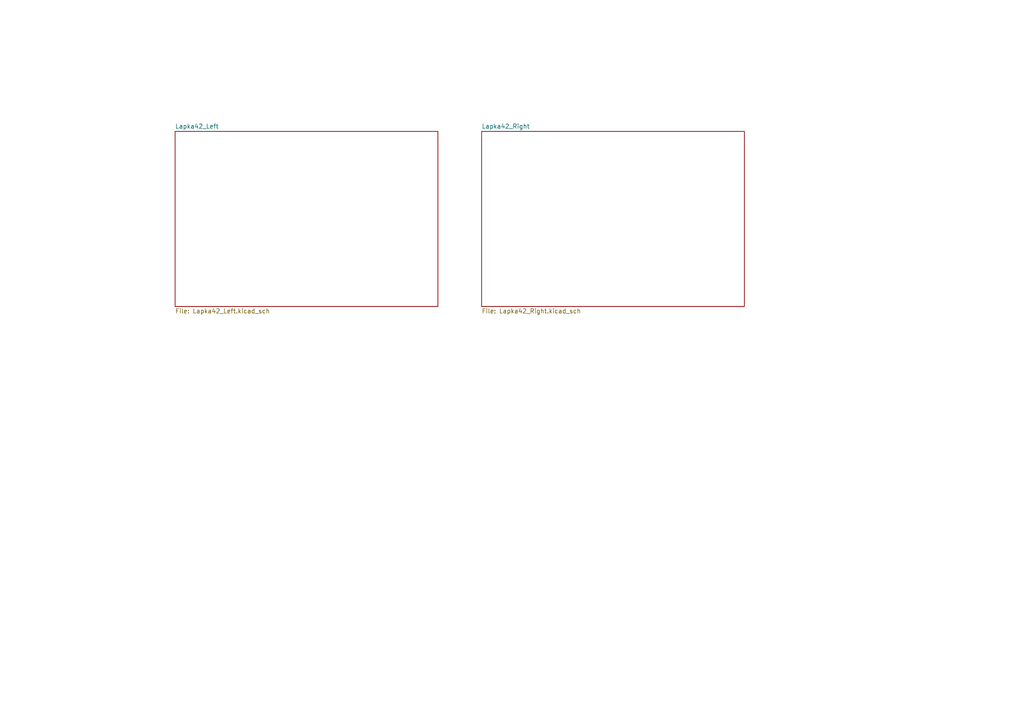
<source format=kicad_sch>
(kicad_sch
	(version 20250114)
	(generator "eeschema")
	(generator_version "9.0")
	(uuid "86802c69-dc1c-46d6-890c-a0f069aef8d4")
	(paper "A4")
	(lib_symbols)
	(sheet
		(at 139.7 38.1)
		(size 76.2 50.8)
		(exclude_from_sim no)
		(in_bom yes)
		(on_board yes)
		(dnp no)
		(fields_autoplaced yes)
		(stroke
			(width 0.1524)
			(type solid)
		)
		(fill
			(color 0 0 0 0.0000)
		)
		(uuid "60182e08-65d4-4efe-8fbb-79fb9149c2ec")
		(property "Sheetname" "Lapka42_Right"
			(at 139.7 37.3884 0)
			(effects
				(font
					(size 1.27 1.27)
				)
				(justify left bottom)
			)
		)
		(property "Sheetfile" "Lapka42_Right.kicad_sch"
			(at 139.7 89.4846 0)
			(effects
				(font
					(size 1.27 1.27)
				)
				(justify left top)
			)
		)
		(instances
			(project "Lapka42"
				(path "/86802c69-dc1c-46d6-890c-a0f069aef8d4"
					(page "2")
				)
			)
		)
	)
	(sheet
		(at 50.8 38.1)
		(size 76.2 50.8)
		(exclude_from_sim no)
		(in_bom yes)
		(on_board yes)
		(dnp no)
		(fields_autoplaced yes)
		(stroke
			(width 0.1524)
			(type solid)
		)
		(fill
			(color 0 0 0 0.0000)
		)
		(uuid "c7334de9-7a4d-470f-991f-f3ec182e1b8a")
		(property "Sheetname" "Lapka42_Left"
			(at 50.8 37.3884 0)
			(effects
				(font
					(size 1.27 1.27)
				)
				(justify left bottom)
			)
		)
		(property "Sheetfile" "Lapka42_Left.kicad_sch"
			(at 50.8 89.4846 0)
			(effects
				(font
					(size 1.27 1.27)
				)
				(justify left top)
			)
		)
		(instances
			(project "Lapka42"
				(path "/86802c69-dc1c-46d6-890c-a0f069aef8d4"
					(page "3")
				)
			)
		)
	)
	(sheet_instances
		(path "/"
			(page "1")
		)
	)
	(embedded_fonts no)
)

</source>
